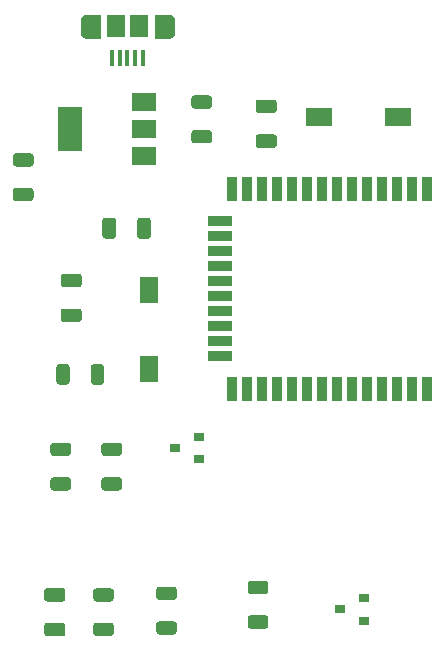
<source format=gtp>
G04 #@! TF.GenerationSoftware,KiCad,Pcbnew,(5.1.7)-1*
G04 #@! TF.CreationDate,2021-04-15T13:32:14+02:00*
G04 #@! TF.ProjectId,TestPCB,54657374-5043-4422-9e6b-696361645f70,rev?*
G04 #@! TF.SameCoordinates,Original*
G04 #@! TF.FileFunction,Paste,Top*
G04 #@! TF.FilePolarity,Positive*
%FSLAX46Y46*%
G04 Gerber Fmt 4.6, Leading zero omitted, Abs format (unit mm)*
G04 Created by KiCad (PCBNEW (5.1.7)-1) date 2021-04-15 13:32:14*
%MOMM*%
%LPD*%
G01*
G04 APERTURE LIST*
%ADD10C,0.000100*%
%ADD11R,0.900000X2.000000*%
%ADD12R,2.000000X0.900000*%
%ADD13R,0.900000X0.800000*%
%ADD14R,1.500000X1.900000*%
%ADD15R,0.400000X1.350000*%
%ADD16R,2.000000X1.500000*%
%ADD17R,2.000000X3.800000*%
%ADD18R,2.300000X1.500000*%
%ADD19R,1.500000X2.300000*%
G04 APERTURE END LIST*
D10*
G36*
X180665000Y-69593500D02*
G01*
X179465000Y-69593500D01*
X179465000Y-67693500D01*
X180665000Y-67693500D01*
X180689860Y-67694151D01*
X180714650Y-67696102D01*
X180739310Y-67699348D01*
X180763760Y-67703880D01*
X180787940Y-67709685D01*
X180811780Y-67716748D01*
X180835220Y-67725049D01*
X180858200Y-67734566D01*
X180880650Y-67745272D01*
X180902500Y-67757138D01*
X180923700Y-67770131D01*
X180944200Y-67784217D01*
X180963930Y-67799356D01*
X180982840Y-67815506D01*
X181000880Y-67832624D01*
X181017990Y-67850663D01*
X181034140Y-67869573D01*
X181049280Y-67889302D01*
X181063370Y-67909796D01*
X181076360Y-67931000D01*
X181088230Y-67952855D01*
X181098930Y-67975300D01*
X181108450Y-67998275D01*
X181116750Y-68021717D01*
X181123810Y-68045561D01*
X181129620Y-68069742D01*
X181134150Y-68094194D01*
X181137400Y-68118849D01*
X181139350Y-68143640D01*
X181140000Y-68168500D01*
X181140000Y-69118500D01*
X181139350Y-69143360D01*
X181137400Y-69168151D01*
X181134150Y-69192806D01*
X181129620Y-69217258D01*
X181123810Y-69241439D01*
X181116750Y-69265283D01*
X181108450Y-69288725D01*
X181098930Y-69311700D01*
X181088230Y-69334145D01*
X181076360Y-69356000D01*
X181063370Y-69377204D01*
X181049280Y-69397698D01*
X181034140Y-69417427D01*
X181017990Y-69436337D01*
X181000880Y-69454376D01*
X180982840Y-69471494D01*
X180963930Y-69487644D01*
X180944200Y-69502783D01*
X180923700Y-69516869D01*
X180902500Y-69529862D01*
X180880650Y-69541728D01*
X180858200Y-69552434D01*
X180835220Y-69561951D01*
X180811780Y-69570252D01*
X180787940Y-69577315D01*
X180763760Y-69583120D01*
X180739310Y-69587652D01*
X180714650Y-69590898D01*
X180689860Y-69592849D01*
X180665000Y-69593500D01*
G37*
X180665000Y-69593500D02*
X179465000Y-69593500D01*
X179465000Y-67693500D01*
X180665000Y-67693500D01*
X180689860Y-67694151D01*
X180714650Y-67696102D01*
X180739310Y-67699348D01*
X180763760Y-67703880D01*
X180787940Y-67709685D01*
X180811780Y-67716748D01*
X180835220Y-67725049D01*
X180858200Y-67734566D01*
X180880650Y-67745272D01*
X180902500Y-67757138D01*
X180923700Y-67770131D01*
X180944200Y-67784217D01*
X180963930Y-67799356D01*
X180982840Y-67815506D01*
X181000880Y-67832624D01*
X181017990Y-67850663D01*
X181034140Y-67869573D01*
X181049280Y-67889302D01*
X181063370Y-67909796D01*
X181076360Y-67931000D01*
X181088230Y-67952855D01*
X181098930Y-67975300D01*
X181108450Y-67998275D01*
X181116750Y-68021717D01*
X181123810Y-68045561D01*
X181129620Y-68069742D01*
X181134150Y-68094194D01*
X181137400Y-68118849D01*
X181139350Y-68143640D01*
X181140000Y-68168500D01*
X181140000Y-69118500D01*
X181139350Y-69143360D01*
X181137400Y-69168151D01*
X181134150Y-69192806D01*
X181129620Y-69217258D01*
X181123810Y-69241439D01*
X181116750Y-69265283D01*
X181108450Y-69288725D01*
X181098930Y-69311700D01*
X181088230Y-69334145D01*
X181076360Y-69356000D01*
X181063370Y-69377204D01*
X181049280Y-69397698D01*
X181034140Y-69417427D01*
X181017990Y-69436337D01*
X181000880Y-69454376D01*
X180982840Y-69471494D01*
X180963930Y-69487644D01*
X180944200Y-69502783D01*
X180923700Y-69516869D01*
X180902500Y-69529862D01*
X180880650Y-69541728D01*
X180858200Y-69552434D01*
X180835220Y-69561951D01*
X180811780Y-69570252D01*
X180787940Y-69577315D01*
X180763760Y-69583120D01*
X180739310Y-69587652D01*
X180714650Y-69590898D01*
X180689860Y-69592849D01*
X180665000Y-69593500D01*
G36*
X173665000Y-69593500D02*
G01*
X174865000Y-69593500D01*
X174865000Y-67693500D01*
X173665000Y-67693500D01*
X173640140Y-67694151D01*
X173615350Y-67696102D01*
X173590690Y-67699348D01*
X173566240Y-67703880D01*
X173542060Y-67709685D01*
X173518220Y-67716748D01*
X173494780Y-67725049D01*
X173471800Y-67734566D01*
X173449350Y-67745272D01*
X173427500Y-67757138D01*
X173406300Y-67770131D01*
X173385800Y-67784217D01*
X173366070Y-67799356D01*
X173347160Y-67815506D01*
X173329120Y-67832624D01*
X173312010Y-67850663D01*
X173295860Y-67869573D01*
X173280720Y-67889302D01*
X173266630Y-67909796D01*
X173253640Y-67931000D01*
X173241770Y-67952855D01*
X173231070Y-67975300D01*
X173221550Y-67998275D01*
X173213250Y-68021717D01*
X173206190Y-68045561D01*
X173200380Y-68069742D01*
X173195850Y-68094194D01*
X173192600Y-68118849D01*
X173190650Y-68143640D01*
X173190000Y-68168500D01*
X173190000Y-69118500D01*
X173190650Y-69143360D01*
X173192600Y-69168151D01*
X173195850Y-69192806D01*
X173200380Y-69217258D01*
X173206190Y-69241439D01*
X173213250Y-69265283D01*
X173221550Y-69288725D01*
X173231070Y-69311700D01*
X173241770Y-69334145D01*
X173253640Y-69356000D01*
X173266630Y-69377204D01*
X173280720Y-69397698D01*
X173295860Y-69417427D01*
X173312010Y-69436337D01*
X173329120Y-69454376D01*
X173347160Y-69471494D01*
X173366070Y-69487644D01*
X173385800Y-69502783D01*
X173406300Y-69516869D01*
X173427500Y-69529862D01*
X173449350Y-69541728D01*
X173471800Y-69552434D01*
X173494780Y-69561951D01*
X173518220Y-69570252D01*
X173542060Y-69577315D01*
X173566240Y-69583120D01*
X173590690Y-69587652D01*
X173615350Y-69590898D01*
X173640140Y-69592849D01*
X173665000Y-69593500D01*
G37*
X173665000Y-69593500D02*
X174865000Y-69593500D01*
X174865000Y-67693500D01*
X173665000Y-67693500D01*
X173640140Y-67694151D01*
X173615350Y-67696102D01*
X173590690Y-67699348D01*
X173566240Y-67703880D01*
X173542060Y-67709685D01*
X173518220Y-67716748D01*
X173494780Y-67725049D01*
X173471800Y-67734566D01*
X173449350Y-67745272D01*
X173427500Y-67757138D01*
X173406300Y-67770131D01*
X173385800Y-67784217D01*
X173366070Y-67799356D01*
X173347160Y-67815506D01*
X173329120Y-67832624D01*
X173312010Y-67850663D01*
X173295860Y-67869573D01*
X173280720Y-67889302D01*
X173266630Y-67909796D01*
X173253640Y-67931000D01*
X173241770Y-67952855D01*
X173231070Y-67975300D01*
X173221550Y-67998275D01*
X173213250Y-68021717D01*
X173206190Y-68045561D01*
X173200380Y-68069742D01*
X173195850Y-68094194D01*
X173192600Y-68118849D01*
X173190650Y-68143640D01*
X173190000Y-68168500D01*
X173190000Y-69118500D01*
X173190650Y-69143360D01*
X173192600Y-69168151D01*
X173195850Y-69192806D01*
X173200380Y-69217258D01*
X173206190Y-69241439D01*
X173213250Y-69265283D01*
X173221550Y-69288725D01*
X173231070Y-69311700D01*
X173241770Y-69334145D01*
X173253640Y-69356000D01*
X173266630Y-69377204D01*
X173280720Y-69397698D01*
X173295860Y-69417427D01*
X173312010Y-69436337D01*
X173329120Y-69454376D01*
X173347160Y-69471494D01*
X173366070Y-69487644D01*
X173385800Y-69502783D01*
X173406300Y-69516869D01*
X173427500Y-69529862D01*
X173449350Y-69541728D01*
X173471800Y-69552434D01*
X173494780Y-69561951D01*
X173518220Y-69570252D01*
X173542060Y-69577315D01*
X173566240Y-69583120D01*
X173590690Y-69587652D01*
X173615350Y-69590898D01*
X173640140Y-69592849D01*
X173665000Y-69593500D01*
D11*
X202518000Y-99372500D03*
X201248000Y-99372500D03*
X199978000Y-99372500D03*
X198708000Y-99372500D03*
X197438000Y-99372500D03*
X196168000Y-99372500D03*
X194898000Y-99372500D03*
X193628000Y-99372500D03*
X192358000Y-99372500D03*
X191088000Y-99372500D03*
X189818000Y-99372500D03*
X188548000Y-99372500D03*
X187278000Y-99372500D03*
X186008000Y-99372500D03*
D12*
X185008000Y-96587500D03*
X185008000Y-95317500D03*
X185008000Y-94047500D03*
X185008000Y-92777500D03*
X185008000Y-91507500D03*
X185008000Y-90237500D03*
X185008000Y-88967500D03*
X185008000Y-87697500D03*
X185008000Y-86427500D03*
X185008000Y-85157500D03*
D11*
X186008000Y-82372500D03*
X187278000Y-82372500D03*
X188548000Y-82372500D03*
X189818000Y-82372500D03*
X191088000Y-82372500D03*
X192358000Y-82372500D03*
X193628000Y-82372500D03*
X194898000Y-82372500D03*
X196168000Y-82372500D03*
X197438000Y-82372500D03*
X198708000Y-82372500D03*
X199978000Y-82372500D03*
X201248000Y-82372500D03*
X202518000Y-82372500D03*
D13*
X183245000Y-103378000D03*
X183248300Y-105283000D03*
X181145000Y-104330500D03*
X195115000Y-117983000D03*
X197215000Y-118948200D03*
X197215000Y-117017800D03*
D14*
X178165000Y-68643500D03*
X176165000Y-68643500D03*
D15*
X178465000Y-71318500D03*
X177815000Y-71318500D03*
X177165000Y-71318500D03*
X176515000Y-71318500D03*
X175865000Y-71318500D03*
G36*
G01*
X188262499Y-77784000D02*
X189562501Y-77784000D01*
G75*
G02*
X189812500Y-78033999I0J-249999D01*
G01*
X189812500Y-78684001D01*
G75*
G02*
X189562501Y-78934000I-249999J0D01*
G01*
X188262499Y-78934000D01*
G75*
G02*
X188012500Y-78684001I0J249999D01*
G01*
X188012500Y-78033999D01*
G75*
G02*
X188262499Y-77784000I249999J0D01*
G01*
G37*
G36*
G01*
X188262499Y-74834000D02*
X189562501Y-74834000D01*
G75*
G02*
X189812500Y-75083999I0J-249999D01*
G01*
X189812500Y-75734001D01*
G75*
G02*
X189562501Y-75984000I-249999J0D01*
G01*
X188262499Y-75984000D01*
G75*
G02*
X188012500Y-75734001I0J249999D01*
G01*
X188012500Y-75083999D01*
G75*
G02*
X188262499Y-74834000I249999J0D01*
G01*
G37*
G36*
G01*
X167713497Y-82305000D02*
X168963503Y-82305000D01*
G75*
G02*
X169213500Y-82554997I0J-249997D01*
G01*
X169213500Y-83180003D01*
G75*
G02*
X168963503Y-83430000I-249997J0D01*
G01*
X167713497Y-83430000D01*
G75*
G02*
X167463500Y-83180003I0J249997D01*
G01*
X167463500Y-82554997D01*
G75*
G02*
X167713497Y-82305000I249997J0D01*
G01*
G37*
G36*
G01*
X167713497Y-79380000D02*
X168963503Y-79380000D01*
G75*
G02*
X169213500Y-79629997I0J-249997D01*
G01*
X169213500Y-80255003D01*
G75*
G02*
X168963503Y-80505000I-249997J0D01*
G01*
X167713497Y-80505000D01*
G75*
G02*
X167463500Y-80255003I0J249997D01*
G01*
X167463500Y-79629997D01*
G75*
G02*
X167713497Y-79380000I249997J0D01*
G01*
G37*
G36*
G01*
X176456503Y-105018000D02*
X175206497Y-105018000D01*
G75*
G02*
X174956500Y-104768003I0J249997D01*
G01*
X174956500Y-104142997D01*
G75*
G02*
X175206497Y-103893000I249997J0D01*
G01*
X176456503Y-103893000D01*
G75*
G02*
X176706500Y-104142997I0J-249997D01*
G01*
X176706500Y-104768003D01*
G75*
G02*
X176456503Y-105018000I-249997J0D01*
G01*
G37*
G36*
G01*
X176456503Y-107943000D02*
X175206497Y-107943000D01*
G75*
G02*
X174956500Y-107693003I0J249997D01*
G01*
X174956500Y-107067997D01*
G75*
G02*
X175206497Y-106818000I249997J0D01*
G01*
X176456503Y-106818000D01*
G75*
G02*
X176706500Y-107067997I0J-249997D01*
G01*
X176706500Y-107693003D01*
G75*
G02*
X176456503Y-107943000I-249997J0D01*
G01*
G37*
G36*
G01*
X187588997Y-118500000D02*
X188839003Y-118500000D01*
G75*
G02*
X189089000Y-118749997I0J-249997D01*
G01*
X189089000Y-119375003D01*
G75*
G02*
X188839003Y-119625000I-249997J0D01*
G01*
X187588997Y-119625000D01*
G75*
G02*
X187339000Y-119375003I0J249997D01*
G01*
X187339000Y-118749997D01*
G75*
G02*
X187588997Y-118500000I249997J0D01*
G01*
G37*
G36*
G01*
X187588997Y-115575000D02*
X188839003Y-115575000D01*
G75*
G02*
X189089000Y-115824997I0J-249997D01*
G01*
X189089000Y-116450003D01*
G75*
G02*
X188839003Y-116700000I-249997J0D01*
G01*
X187588997Y-116700000D01*
G75*
G02*
X187339000Y-116450003I0J249997D01*
G01*
X187339000Y-115824997D01*
G75*
G02*
X187588997Y-115575000I249997J0D01*
G01*
G37*
G36*
G01*
X179841997Y-119012000D02*
X181092003Y-119012000D01*
G75*
G02*
X181342000Y-119261997I0J-249997D01*
G01*
X181342000Y-119887003D01*
G75*
G02*
X181092003Y-120137000I-249997J0D01*
G01*
X179841997Y-120137000D01*
G75*
G02*
X179592000Y-119887003I0J249997D01*
G01*
X179592000Y-119261997D01*
G75*
G02*
X179841997Y-119012000I249997J0D01*
G01*
G37*
G36*
G01*
X179841997Y-116087000D02*
X181092003Y-116087000D01*
G75*
G02*
X181342000Y-116336997I0J-249997D01*
G01*
X181342000Y-116962003D01*
G75*
G02*
X181092003Y-117212000I-249997J0D01*
G01*
X179841997Y-117212000D01*
G75*
G02*
X179592000Y-116962003I0J249997D01*
G01*
X179592000Y-116336997D01*
G75*
G02*
X179841997Y-116087000I249997J0D01*
G01*
G37*
G36*
G01*
X170888497Y-106816000D02*
X172138503Y-106816000D01*
G75*
G02*
X172388500Y-107065997I0J-249997D01*
G01*
X172388500Y-107691003D01*
G75*
G02*
X172138503Y-107941000I-249997J0D01*
G01*
X170888497Y-107941000D01*
G75*
G02*
X170638500Y-107691003I0J249997D01*
G01*
X170638500Y-107065997D01*
G75*
G02*
X170888497Y-106816000I249997J0D01*
G01*
G37*
G36*
G01*
X170888497Y-103891000D02*
X172138503Y-103891000D01*
G75*
G02*
X172388500Y-104140997I0J-249997D01*
G01*
X172388500Y-104766003D01*
G75*
G02*
X172138503Y-105016000I-249997J0D01*
G01*
X170888497Y-105016000D01*
G75*
G02*
X170638500Y-104766003I0J249997D01*
G01*
X170638500Y-104140997D01*
G75*
G02*
X170888497Y-103891000I249997J0D01*
G01*
G37*
G36*
G01*
X174507997Y-119137000D02*
X175758003Y-119137000D01*
G75*
G02*
X176008000Y-119386997I0J-249997D01*
G01*
X176008000Y-120012003D01*
G75*
G02*
X175758003Y-120262000I-249997J0D01*
G01*
X174507997Y-120262000D01*
G75*
G02*
X174258000Y-120012003I0J249997D01*
G01*
X174258000Y-119386997D01*
G75*
G02*
X174507997Y-119137000I249997J0D01*
G01*
G37*
G36*
G01*
X174507997Y-116212000D02*
X175758003Y-116212000D01*
G75*
G02*
X176008000Y-116461997I0J-249997D01*
G01*
X176008000Y-117087003D01*
G75*
G02*
X175758003Y-117337000I-249997J0D01*
G01*
X174507997Y-117337000D01*
G75*
G02*
X174258000Y-117087003I0J249997D01*
G01*
X174258000Y-116461997D01*
G75*
G02*
X174507997Y-116212000I249997J0D01*
G01*
G37*
G36*
G01*
X175187500Y-97482497D02*
X175187500Y-98732503D01*
G75*
G02*
X174937503Y-98982500I-249997J0D01*
G01*
X174312497Y-98982500D01*
G75*
G02*
X174062500Y-98732503I0J249997D01*
G01*
X174062500Y-97482497D01*
G75*
G02*
X174312497Y-97232500I249997J0D01*
G01*
X174937503Y-97232500D01*
G75*
G02*
X175187500Y-97482497I0J-249997D01*
G01*
G37*
G36*
G01*
X172262500Y-97482497D02*
X172262500Y-98732503D01*
G75*
G02*
X172012503Y-98982500I-249997J0D01*
G01*
X171387497Y-98982500D01*
G75*
G02*
X171137500Y-98732503I0J249997D01*
G01*
X171137500Y-97482497D01*
G75*
G02*
X171387497Y-97232500I249997J0D01*
G01*
X172012503Y-97232500D01*
G75*
G02*
X172262500Y-97482497I0J-249997D01*
G01*
G37*
G36*
G01*
X182826497Y-77415500D02*
X184076503Y-77415500D01*
G75*
G02*
X184326500Y-77665497I0J-249997D01*
G01*
X184326500Y-78290503D01*
G75*
G02*
X184076503Y-78540500I-249997J0D01*
G01*
X182826497Y-78540500D01*
G75*
G02*
X182576500Y-78290503I0J249997D01*
G01*
X182576500Y-77665497D01*
G75*
G02*
X182826497Y-77415500I249997J0D01*
G01*
G37*
G36*
G01*
X182826497Y-74490500D02*
X184076503Y-74490500D01*
G75*
G02*
X184326500Y-74740497I0J-249997D01*
G01*
X184326500Y-75365503D01*
G75*
G02*
X184076503Y-75615500I-249997J0D01*
G01*
X182826497Y-75615500D01*
G75*
G02*
X182576500Y-75365503I0J249997D01*
G01*
X182576500Y-74740497D01*
G75*
G02*
X182826497Y-74490500I249997J0D01*
G01*
G37*
D16*
X178600500Y-79643000D03*
X178600500Y-75043000D03*
X178600500Y-77343000D03*
D17*
X172300500Y-77343000D03*
D18*
X200073000Y-76327000D03*
X193373000Y-76327000D03*
G36*
G01*
X171752499Y-92530500D02*
X173052501Y-92530500D01*
G75*
G02*
X173302500Y-92780499I0J-249999D01*
G01*
X173302500Y-93430501D01*
G75*
G02*
X173052501Y-93680500I-249999J0D01*
G01*
X171752499Y-93680500D01*
G75*
G02*
X171502500Y-93430501I0J249999D01*
G01*
X171502500Y-92780499D01*
G75*
G02*
X171752499Y-92530500I249999J0D01*
G01*
G37*
G36*
G01*
X171752499Y-89580500D02*
X173052501Y-89580500D01*
G75*
G02*
X173302500Y-89830499I0J-249999D01*
G01*
X173302500Y-90480501D01*
G75*
G02*
X173052501Y-90730500I-249999J0D01*
G01*
X171752499Y-90730500D01*
G75*
G02*
X171502500Y-90480501I0J249999D01*
G01*
X171502500Y-89830499D01*
G75*
G02*
X171752499Y-89580500I249999J0D01*
G01*
G37*
G36*
G01*
X177987000Y-86375001D02*
X177987000Y-85074999D01*
G75*
G02*
X178236999Y-84825000I249999J0D01*
G01*
X178887001Y-84825000D01*
G75*
G02*
X179137000Y-85074999I0J-249999D01*
G01*
X179137000Y-86375001D01*
G75*
G02*
X178887001Y-86625000I-249999J0D01*
G01*
X178236999Y-86625000D01*
G75*
G02*
X177987000Y-86375001I0J249999D01*
G01*
G37*
G36*
G01*
X175037000Y-86375001D02*
X175037000Y-85074999D01*
G75*
G02*
X175286999Y-84825000I249999J0D01*
G01*
X175937001Y-84825000D01*
G75*
G02*
X176187000Y-85074999I0J-249999D01*
G01*
X176187000Y-86375001D01*
G75*
G02*
X175937001Y-86625000I-249999J0D01*
G01*
X175286999Y-86625000D01*
G75*
G02*
X175037000Y-86375001I0J249999D01*
G01*
G37*
G36*
G01*
X171655501Y-117337000D02*
X170355499Y-117337000D01*
G75*
G02*
X170105500Y-117087001I0J249999D01*
G01*
X170105500Y-116436999D01*
G75*
G02*
X170355499Y-116187000I249999J0D01*
G01*
X171655501Y-116187000D01*
G75*
G02*
X171905500Y-116436999I0J-249999D01*
G01*
X171905500Y-117087001D01*
G75*
G02*
X171655501Y-117337000I-249999J0D01*
G01*
G37*
G36*
G01*
X171655501Y-120287000D02*
X170355499Y-120287000D01*
G75*
G02*
X170105500Y-120037001I0J249999D01*
G01*
X170105500Y-119386999D01*
G75*
G02*
X170355499Y-119137000I249999J0D01*
G01*
X171655501Y-119137000D01*
G75*
G02*
X171905500Y-119386999I0J-249999D01*
G01*
X171905500Y-120037001D01*
G75*
G02*
X171655501Y-120287000I-249999J0D01*
G01*
G37*
D19*
X179006500Y-97647500D03*
X179006500Y-90947500D03*
M02*

</source>
